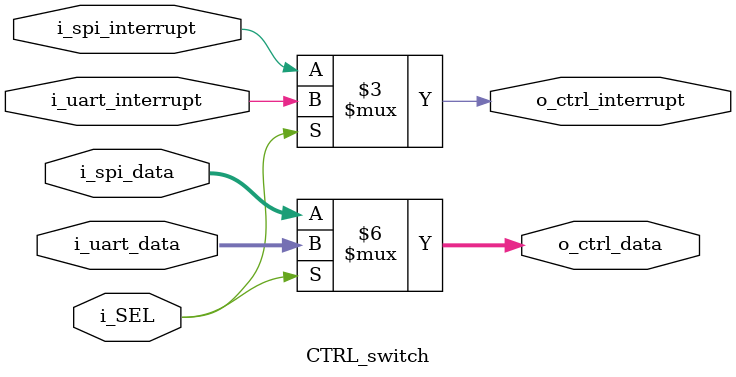
<source format=v>
`timescale 1ns / 1ps

module CTRL_switch(
    input wire i_SEL,
    input wire [31:0] i_spi_data,
    input wire i_spi_interrupt,
    input wire [31:0] i_uart_data,
    input wire i_uart_interrupt,
    output reg [31:0] o_ctrl_data,
    output reg o_ctrl_interrupt
);

    always @(*) begin
        if (i_SEL) begin
            o_ctrl_data = i_uart_data;
            o_ctrl_interrupt = i_uart_interrupt;
        end else begin
            o_ctrl_data = i_spi_data;
            o_ctrl_interrupt = i_spi_interrupt;
        end
    end

endmodule
</source>
